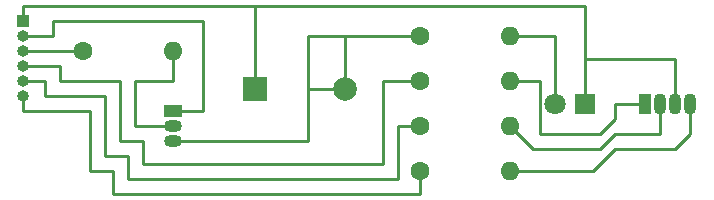
<source format=gbr>
%TF.GenerationSoftware,KiCad,Pcbnew,(5.1.7)-1*%
%TF.CreationDate,2020-10-26T20:10:13+01:00*%
%TF.ProjectId,geiger_counter,67656967-6572-45f6-936f-756e7465722e,rev?*%
%TF.SameCoordinates,Original*%
%TF.FileFunction,Copper,L1,Top*%
%TF.FilePolarity,Positive*%
%FSLAX46Y46*%
G04 Gerber Fmt 4.6, Leading zero omitted, Abs format (unit mm)*
G04 Created by KiCad (PCBNEW (5.1.7)-1) date 2020-10-26 20:10:13*
%MOMM*%
%LPD*%
G01*
G04 APERTURE LIST*
%TA.AperFunction,ComponentPad*%
%ADD10O,1.600000X1.600000*%
%TD*%
%TA.AperFunction,ComponentPad*%
%ADD11C,1.600000*%
%TD*%
%TA.AperFunction,ComponentPad*%
%ADD12R,1.500000X1.050000*%
%TD*%
%TA.AperFunction,ComponentPad*%
%ADD13O,1.500000X1.050000*%
%TD*%
%TA.AperFunction,ComponentPad*%
%ADD14O,1.000000X1.000000*%
%TD*%
%TA.AperFunction,ComponentPad*%
%ADD15R,1.000000X1.000000*%
%TD*%
%TA.AperFunction,ComponentPad*%
%ADD16C,2.000000*%
%TD*%
%TA.AperFunction,ComponentPad*%
%ADD17R,2.000000X2.000000*%
%TD*%
%TA.AperFunction,ComponentPad*%
%ADD18C,1.800000*%
%TD*%
%TA.AperFunction,ComponentPad*%
%ADD19R,1.800000X1.800000*%
%TD*%
%TA.AperFunction,ComponentPad*%
%ADD20O,1.070000X1.800000*%
%TD*%
%TA.AperFunction,ComponentPad*%
%ADD21R,1.070000X1.800000*%
%TD*%
%TA.AperFunction,Conductor*%
%ADD22C,0.250000*%
%TD*%
G04 APERTURE END LIST*
D10*
%TO.P, ,2*%
%TO.N,N/C*%
X177165000Y-31750000D03*
D11*
%TO.P, ,1*%
X169545000Y-31750000D03*
%TD*%
D12*
%TO.P, ,1*%
%TO.N,N/C*%
X177165000Y-36830000D03*
D13*
%TO.P, ,3*%
X177165000Y-39370000D03*
%TO.P, ,2*%
X177165000Y-38100000D03*
%TD*%
D10*
%TO.P, ,2*%
%TO.N,N/C*%
X205740000Y-41910000D03*
D11*
%TO.P, ,1*%
X198120000Y-41910000D03*
%TD*%
D10*
%TO.P, ,2*%
%TO.N,N/C*%
X205740000Y-38100000D03*
D11*
%TO.P, ,1*%
X198120000Y-38100000D03*
%TD*%
D10*
%TO.P, ,2*%
%TO.N,N/C*%
X205740000Y-34290000D03*
D11*
%TO.P, ,1*%
X198120000Y-34290000D03*
%TD*%
D10*
%TO.P, ,2*%
%TO.N,N/C*%
X205740000Y-30480000D03*
D11*
%TO.P, ,1*%
X198120000Y-30480000D03*
%TD*%
D14*
%TO.P, ,6*%
%TO.N,N/C*%
X164465000Y-35560000D03*
%TO.P, ,5*%
X164465000Y-34290000D03*
%TO.P, ,4*%
X164465000Y-33020000D03*
%TO.P, ,3*%
X164465000Y-31750000D03*
%TO.P, ,2*%
X164465000Y-30480000D03*
D15*
%TO.P, ,1*%
X164465000Y-29210000D03*
%TD*%
D16*
%TO.P, ,2*%
%TO.N,N/C*%
X191750000Y-34925000D03*
D17*
%TO.P, ,1*%
X184150000Y-34925000D03*
%TD*%
D18*
%TO.P, ,2*%
%TO.N,N/C*%
X209550000Y-36195000D03*
D19*
%TO.P, ,1*%
X212090000Y-36195000D03*
%TD*%
D20*
%TO.P,REF\u002A\u002A,4*%
%TO.N,N/C*%
X220980000Y-36195000D03*
%TO.P,REF\u002A\u002A,3*%
X219710000Y-36195000D03*
%TO.P,REF\u002A\u002A,2*%
X218440000Y-36195000D03*
D21*
%TO.P,REF\u002A\u002A,1*%
X217170000Y-36195000D03*
%TD*%
D22*
%TO.N,*%
X217170000Y-36195000D02*
X214630000Y-36195000D01*
X208280000Y-38735000D02*
X213360000Y-38735000D01*
X213360000Y-38735000D02*
X214630000Y-37465000D01*
X214630000Y-37465000D02*
X214630000Y-36195000D01*
X219710000Y-36195000D02*
X219710000Y-32385000D01*
X219710000Y-32385000D02*
X212090000Y-32385000D01*
X212090000Y-36195000D02*
X212090000Y-32385000D01*
X212090000Y-27940000D02*
X212090000Y-32385000D01*
X209550000Y-36195000D02*
X209550000Y-30480000D01*
X209550000Y-30480000D02*
X205740000Y-30480000D01*
X205740000Y-34290000D02*
X208280000Y-34290000D01*
X208280000Y-34290000D02*
X208280000Y-38735000D01*
X207645000Y-40005000D02*
X205740000Y-38100000D01*
X214630000Y-38735000D02*
X213360000Y-40005000D01*
X213360000Y-40005000D02*
X207645000Y-40005000D01*
X218440000Y-38735000D02*
X214630000Y-38735000D01*
X218440000Y-36195000D02*
X218440000Y-38735000D01*
X220980000Y-38735000D02*
X220980000Y-36195000D01*
X219710000Y-40005000D02*
X220980000Y-38735000D01*
X212725000Y-41910000D02*
X214630000Y-40005000D01*
X214630000Y-40005000D02*
X219710000Y-40005000D01*
X205740000Y-41910000D02*
X212725000Y-41910000D01*
X177165000Y-31750000D02*
X177165000Y-34290000D01*
X177165000Y-34290000D02*
X173990000Y-34290000D01*
X173990000Y-34290000D02*
X173990000Y-38100000D01*
X173990000Y-38100000D02*
X177165000Y-38100000D01*
X177165000Y-36830000D02*
X179705000Y-36830000D01*
X179705000Y-36830000D02*
X179705000Y-29210000D01*
X179705000Y-29210000D02*
X167005000Y-29210000D01*
X184150000Y-34925000D02*
X184150000Y-27940000D01*
X184150000Y-27940000D02*
X212090000Y-27940000D01*
X198120000Y-30480000D02*
X191770000Y-30480000D01*
X191770000Y-34905000D02*
X191750000Y-34925000D01*
X191770000Y-30480000D02*
X191770000Y-34905000D01*
X177165000Y-39370000D02*
X188595000Y-39370000D01*
X188595000Y-30480000D02*
X191770000Y-30480000D01*
X191750000Y-34925000D02*
X188595000Y-34925000D01*
X188595000Y-34925000D02*
X188595000Y-30480000D01*
X188595000Y-39370000D02*
X188595000Y-34925000D01*
X184150000Y-27940000D02*
X164465000Y-27940000D01*
X169545000Y-31750000D02*
X164465000Y-31750000D01*
X164465000Y-27940000D02*
X164465000Y-29210000D01*
X164465000Y-30480000D02*
X167005000Y-30480000D01*
X167005000Y-30480000D02*
X167005000Y-29210000D01*
X167640000Y-33020000D02*
X164465000Y-33020000D01*
X167640000Y-34290000D02*
X167640000Y-33020000D01*
X172720000Y-34290000D02*
X167640000Y-34290000D01*
X172720000Y-39370000D02*
X172720000Y-34290000D01*
X174625000Y-39370000D02*
X172720000Y-39370000D01*
X174625000Y-41275000D02*
X174625000Y-39370000D01*
X194945000Y-41275000D02*
X174625000Y-41275000D01*
X194945000Y-34290000D02*
X194945000Y-41275000D01*
X198120000Y-34290000D02*
X194945000Y-34290000D01*
X196215000Y-38100000D02*
X198120000Y-38100000D01*
X196215000Y-42545000D02*
X196215000Y-38100000D01*
X173355000Y-42545000D02*
X196215000Y-42545000D01*
X173355000Y-40640000D02*
X173355000Y-42545000D01*
X171450000Y-40640000D02*
X173355000Y-40640000D01*
X171450000Y-35560000D02*
X171450000Y-40640000D01*
X166370000Y-35560000D02*
X171450000Y-35560000D01*
X166370000Y-34290000D02*
X166370000Y-35560000D01*
X164465000Y-34290000D02*
X166370000Y-34290000D01*
X164465000Y-36830000D02*
X164465000Y-35560000D01*
X170180000Y-41910000D02*
X170180000Y-36830000D01*
X172085000Y-43815000D02*
X172085000Y-41910000D01*
X172085000Y-41910000D02*
X170180000Y-41910000D01*
X198120000Y-43815000D02*
X172085000Y-43815000D01*
X170180000Y-36830000D02*
X164465000Y-36830000D01*
X198120000Y-41910000D02*
X198120000Y-43815000D01*
%TD*%
M02*

</source>
